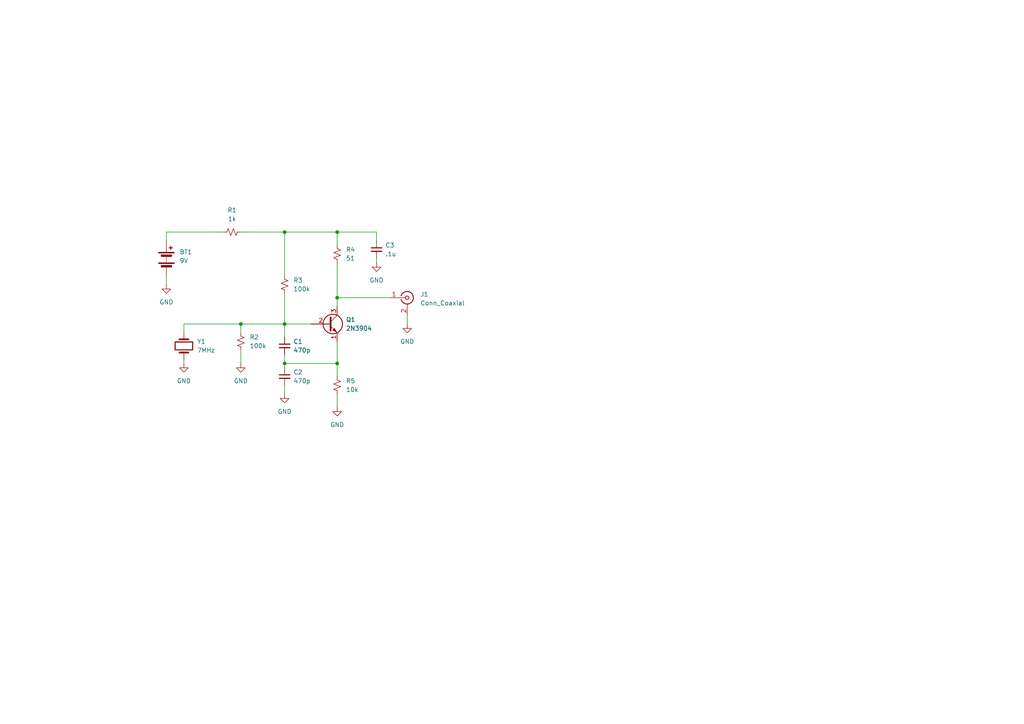
<source format=kicad_sch>
(kicad_sch (version 20230121) (generator eeschema)
  (paper "A4")
  (lib_symbols
    (symbol "Connector:Conn_Coaxial" (pin_names (offset 1.016) hide)
      (property "Reference" "J" (at 0.254 3.048 0))
      (property "Value" "Conn_Coaxial" (at 2.921 0 90))
      (symbol "Conn_Coaxial_0_1"
        (arc (start -1.778 -0.508) (mid 0.2311 -1.8066) (end 1.778 0) (stroke (width 0.254)))
        (polyline (pts (xy -2.54 0) (xy -0.508 0)))
        (polyline (pts (xy 0 -2.54) (xy 0 -1.778)))
        (circle (center 0 0) (radius 0.508) (stroke (width 0.2032)))
        (arc (start 1.778 0) (mid 0.2099 1.8101) (end -1.778 0.508) (stroke (width 0.254)))
      )
      (symbol "Conn_Coaxial_1_1"
        (pin passive line (at -5.08 0 0) (length 2.54) (name "In") (number "1"))
        (pin passive line (at 0 -5.08 90) (length 2.54) (name "Ext") (number "2"))
      )
    )
    (symbol "Device:Battery" (pin_numbers hide) (pin_names (offset 0) hide)
      (property "Reference" "BT" (at 2.54 2.54 0))
      (property "Value" "Battery" (at 2.54 0 0))
      (symbol "Battery_0_1"
        (rectangle (start -2.286 -1.27) (end 2.286 -1.524) (fill (type outline)))
        (rectangle (start -2.286 1.778) (end 2.286 1.524) (fill (type outline)))
        (rectangle (start -1.524 -2.032) (end 1.524 -2.54) (fill (type outline)))
        (rectangle (start -1.524 1.016) (end 1.524 0.508) (fill (type outline)))
        (polyline (pts (xy 0 -1.016) (xy 0 -0.762)))
        (polyline (pts (xy 0 -0.508) (xy 0 -0.254)))
        (polyline (pts (xy 0 0) (xy 0 0.254)))
        (polyline (pts (xy 0 1.778) (xy 0 2.54)))
        (polyline (pts (xy 0.762 3.048) (xy 1.778 3.048)) (stroke (width 0.254)))
        (polyline (pts (xy 1.27 3.556) (xy 1.27 2.54)) (stroke (width 0.254)))
      )
      (symbol "Battery_1_1"
        (pin passive line (at 0 5.08 270) (length 2.54) (name "+") (number "1"))
        (pin passive line (at 0 -5.08 90) (length 2.54) (name "-") (number "2"))
      )
    )
    (symbol "Device:C_Small" (pin_numbers hide) (pin_names (offset 0.254) hide)
      (property "Reference" "C" (at 0.254 1.778 0))
      (property "Value" "C_Small" (at 0.254 -2.032 0))
      (symbol "C_Small_0_1"
        (polyline (pts (xy -1.524 -0.508) (xy 1.524 -0.508)) (stroke (width 0.3302)))
        (polyline (pts (xy -1.524 0.508) (xy 1.524 0.508)) (stroke (width 0.3048)))
      )
      (symbol "C_Small_1_1"
        (pin passive line (at 0 2.54 270) (length 2.032) (name "~") (number "1"))
        (pin passive line (at 0 -2.54 90) (length 2.032) (name "~") (number "2"))
      )
    )
    (symbol "Device:Crystal" (pin_numbers hide) (pin_names (offset 1.016) hide)
      (property "Reference" "Y" (at 0 3.81 0))
      (property "Value" "Crystal" (at 0 -3.81 0))
      (symbol "Crystal_0_1"
        (rectangle (start -1.143 2.54) (end 1.143 -2.54) (stroke (width 0.3048)))
        (polyline (pts (xy -2.54 0) (xy -1.905 0)))
        (polyline (pts (xy -1.905 -1.27) (xy -1.905 1.27)) (stroke (width 0.508)))
        (polyline (pts (xy 1.905 -1.27) (xy 1.905 1.27)) (stroke (width 0.508)))
        (polyline (pts (xy 2.54 0) (xy 1.905 0)))
      )
      (symbol "Crystal_1_1"
        (pin passive line (at -3.81 0 0) (length 1.27) (name "1") (number "1"))
        (pin passive line (at 3.81 0 180) (length 1.27) (name "2") (number "2"))
      )
    )
    (symbol "Device:R_Small_US" (pin_numbers hide) (pin_names (offset 0.254) hide)
      (property "Reference" "R" (at 0.762 0.508 0))
      (property "Value" "R_Small_US" (at 0.762 -1.016 0))
      (symbol "R_Small_US_1_1"
        (polyline (pts (xy 0 0) (xy 1.016 -0.381) (xy 0 -0.762) (xy -1.016 -1.143) (xy 0 -1.524)))
        (polyline (pts (xy 0 1.524) (xy 1.016 1.143) (xy 0 0.762) (xy -1.016 0.381) (xy 0 0)))
        (pin passive line (at 0 2.54 270) (length 1.016) (name "~") (number "1"))
        (pin passive line (at 0 -2.54 90) (length 1.016) (name "~") (number "2"))
      )
    )
    (symbol "Transistor_BJT:2N3904" (pin_names (offset 0) hide)
      (property "Reference" "Q" (at 5.08 1.905 0))
      (property "Value" "2N3904" (at 5.08 0 0))
      (symbol "2N3904_0_1"
        (polyline (pts (xy 0.635 0.635) (xy 2.54 2.54)))
        (polyline (pts (xy 0.635 -0.635) (xy 2.54 -2.54) (xy 2.54 -2.54)))
        (polyline (pts (xy 0.635 1.905) (xy 0.635 -1.905) (xy 0.635 -1.905)) (stroke (width 0.508)))
        (polyline (pts (xy 1.27 -1.778) (xy 1.778 -1.27) (xy 2.286 -2.286) (xy 1.27 -1.778) (xy 1.27 -1.778)) (fill (type outline)))
        (circle (center 1.27 0) (radius 2.8194) (stroke (width 0.254)))
      )
      (symbol "2N3904_1_1"
        (pin passive line (at 2.54 -5.08 90) (length 2.54) (name "E") (number "1"))
        (pin passive line (at -5.08 0 0) (length 5.715) (name "B") (number "2"))
        (pin passive line (at 2.54 5.08 270) (length 2.54) (name "C") (number "3"))
      )
    )
    (symbol "power:GND" (power) (pin_names (offset 0))
      (property "Value" "GND" (at 0 -3.81 0))
      (symbol "GND_0_1"
        (polyline (pts (xy 0 0) (xy 0 -1.27) (xy 1.27 -1.27) (xy 0 -2.54) (xy -1.27 -1.27) (xy 0 -1.27)))
      )
      (symbol "GND_1_1"
        (pin power_in line (at 0 0 270) (length 0) hide (name "GND") (number "1"))
      )
    )
  )
  (junction (at 82.55 105.41))
  (junction (at 97.79 67.31))
  (junction (at 69.85 93.98))
  (junction (at 97.79 105.41))
  (junction (at 82.55 67.31))
  (junction (at 82.55 93.98))
  (junction (at 97.79 86.36))
  (wire (pts (xy 82.55 67.31) (xy 82.55 80.01)))
  (wire (pts (xy 82.55 93.98) (xy 90.17 93.98)))
  (wire (pts (xy 69.85 101.6) (xy 69.85 105.41)))
  (wire (pts (xy 82.55 93.98) (xy 82.55 97.79)))
  (wire (pts (xy 69.85 93.98) (xy 82.55 93.98)))
  (wire (pts (xy 97.79 86.36) (xy 97.79 88.9)))
  (wire (pts (xy 69.85 67.31) (xy 82.55 67.31)))
  (wire (pts (xy 97.79 114.3) (xy 97.79 118.11)))
  (wire (pts (xy 82.55 85.09) (xy 82.55 93.98)))
  (wire (pts (xy 53.34 93.98) (xy 69.85 93.98)))
  (wire (pts (xy 53.34 104.14) (xy 53.34 105.41)))
  (wire (pts (xy 53.34 96.52) (xy 53.34 93.98)))
  (wire (pts (xy 64.77 67.31) (xy 48.26 67.31)))
  (wire (pts (xy 48.26 80.01) (xy 48.26 82.55)))
  (wire (pts (xy 82.55 105.41) (xy 82.55 106.68)))
  (wire (pts (xy 97.79 105.41) (xy 97.79 109.22)))
  (wire (pts (xy 48.26 67.31) (xy 48.26 69.85)))
  (wire (pts (xy 97.79 76.2) (xy 97.79 86.36)))
  (wire (pts (xy 118.11 91.44) (xy 118.11 93.98)))
  (wire (pts (xy 97.79 86.36) (xy 113.03 86.36)))
  (wire (pts (xy 109.22 67.31) (xy 97.79 67.31)))
  (wire (pts (xy 97.79 99.06) (xy 97.79 105.41)))
  (wire (pts (xy 109.22 69.85) (xy 109.22 67.31)))
  (wire (pts (xy 82.55 105.41) (xy 97.79 105.41)))
  (wire (pts (xy 109.22 74.93) (xy 109.22 76.2)))
  (wire (pts (xy 82.55 67.31) (xy 97.79 67.31)))
  (wire (pts (xy 69.85 96.52) (xy 69.85 93.98)))
  (wire (pts (xy 82.55 111.76) (xy 82.55 114.3)))
  (wire (pts (xy 97.79 67.31) (xy 97.79 71.12)))
  (wire (pts (xy 82.55 102.87) (xy 82.55 105.41)))
  (symbol (lib_id "Device:C_Small") (at 109.22 72.39 0) (unit 1)
    (property "Reference" "C3" (at 111.76 71.1263 0) (effects (justify left)))
    (property "Value" ".1u" (at 111.76 73.6663 0) (effects (justify left)))
  )
  (symbol (lib_id "Device:C_Small") (at 82.55 100.33 0) (unit 1)
    (property "Reference" "C1" (at 85.09 99.0663 0) (effects (justify left)))
    (property "Value" "470p" (at 85.09 101.6063 0) (effects (justify left)))
  )
  (symbol (lib_id "Device:R_Small_US") (at 97.79 73.66 0) (unit 1)
    (property "Reference" "R4" (at 100.33 72.39 0) (effects (justify left)))
    (property "Value" "51" (at 100.33 74.93 0) (effects (justify left)))
  )
  (symbol (lib_id "power:GND") (at 97.79 118.11 0) (unit 1)
    (property "Reference" "#PWR05" (effects hide))
    (property "Value" "GND" (at 97.79 123.19 0))
  )
  (symbol (lib_id "power:GND") (at 53.34 105.41 0) (unit 1)
    (property "Reference" "#PWR02" (effects hide))
    (property "Value" "GND" (at 53.34 110.49 0))
  )
  (symbol (lib_id "Device:R_Small_US") (at 97.79 111.76 0) (unit 1)
    (property "Reference" "R5" (at 100.33 110.49 0) (effects (justify left)))
    (property "Value" "10k" (at 100.33 113.03 0) (effects (justify left)))
  )
  (symbol (lib_id "Device:C_Small") (at 82.55 109.22 0) (unit 1)
    (property "Reference" "C2" (at 85.09 107.9563 0) (effects (justify left)))
    (property "Value" "470p" (at 85.09 110.4963 0) (effects (justify left)))
  )
  (symbol (lib_id "power:GND") (at 82.55 114.3 0) (unit 1)
    (property "Reference" "#PWR04" (effects hide))
    (property "Value" "GND" (at 82.55 119.38 0))
  )
  (symbol (lib_id "power:GND") (at 48.26 82.55 0) (unit 1)
    (property "Reference" "#PWR01" (effects hide))
    (property "Value" "GND" (at 48.26 87.63 0))
  )
  (symbol (lib_id "Device:Crystal") (at 53.34 100.33 90) (unit 1)
    (property "Reference" "Y1" (at 57.15 99.06 90) (effects (justify right)))
    (property "Value" "7MHz" (at 57.15 101.6 90) (effects (justify right)))
  )
  (symbol (lib_id "power:GND") (at 109.22 76.2 0) (unit 1)
    (property "Reference" "#PWR06" (effects hide))
    (property "Value" "GND" (at 109.22 81.28 0))
  )
  (symbol (lib_id "Device:R_Small_US") (at 69.85 99.06 0) (unit 1)
    (property "Reference" "R2" (at 72.39 97.79 0) (effects (justify left)))
    (property "Value" "100k" (at 72.39 100.33 0) (effects (justify left)))
  )
  (symbol (lib_id "Transistor_BJT:2N3904") (at 95.25 93.98 0) (unit 1)
    (property "Reference" "Q1" (at 100.33 92.71 0) (effects (justify left)))
    (property "Value" "2N3904" (at 100.33 95.25 0) (effects (justify left)))
    (property "Footprint" "Package_TO_SOT_THT:TO-92_Inline" (effects hide))
    (property "Datasheet" "https://www.onsemi.com/pub/Collateral/2N3903-D.PDF" (effects hide))
  )
  (symbol (lib_id "Device:R_Small_US") (at 82.55 82.55 0) (unit 1)
    (property "Reference" "R3" (at 85.09 81.28 0) (effects (justify left)))
    (property "Value" "100k" (at 85.09 83.82 0) (effects (justify left)))
  )
  (symbol (lib_id "power:GND") (at 118.11 93.98 0) (unit 1)
    (property "Reference" "#PWR07" (effects hide))
    (property "Value" "GND" (at 118.11 99.06 0))
  )
  (symbol (lib_id "Device:R_Small_US") (at 67.31 67.31 90) (unit 1)
    (property "Reference" "R1" (at 67.31 60.96 90))
    (property "Value" "1k" (at 67.31 63.5 90))
  )
  (symbol (lib_id "Device:Battery") (at 48.26 74.93 0) (unit 1)
    (property "Reference" "BT1" (at 52.07 73.0885 0) (effects (justify left)))
    (property "Value" "9V" (at 52.07 75.6285 0) (effects (justify left)))
  )
  (symbol (lib_id "power:GND") (at 69.85 105.41 0) (unit 1)
    (property "Reference" "#PWR03" (effects hide))
    (property "Value" "GND" (at 69.85 110.49 0))
  )
  (symbol (lib_id "Connector:Conn_Coaxial") (at 118.11 86.36 0) (unit 1)
    (property "Reference" "J1" (at 121.92 85.3832 0) (effects (justify left)))
    (property "Value" "Conn_Coaxial" (at 121.92 87.9232 0) (effects (justify left)))
    (property "Datasheet" " ~" (effects hide))
  )
)
</source>
